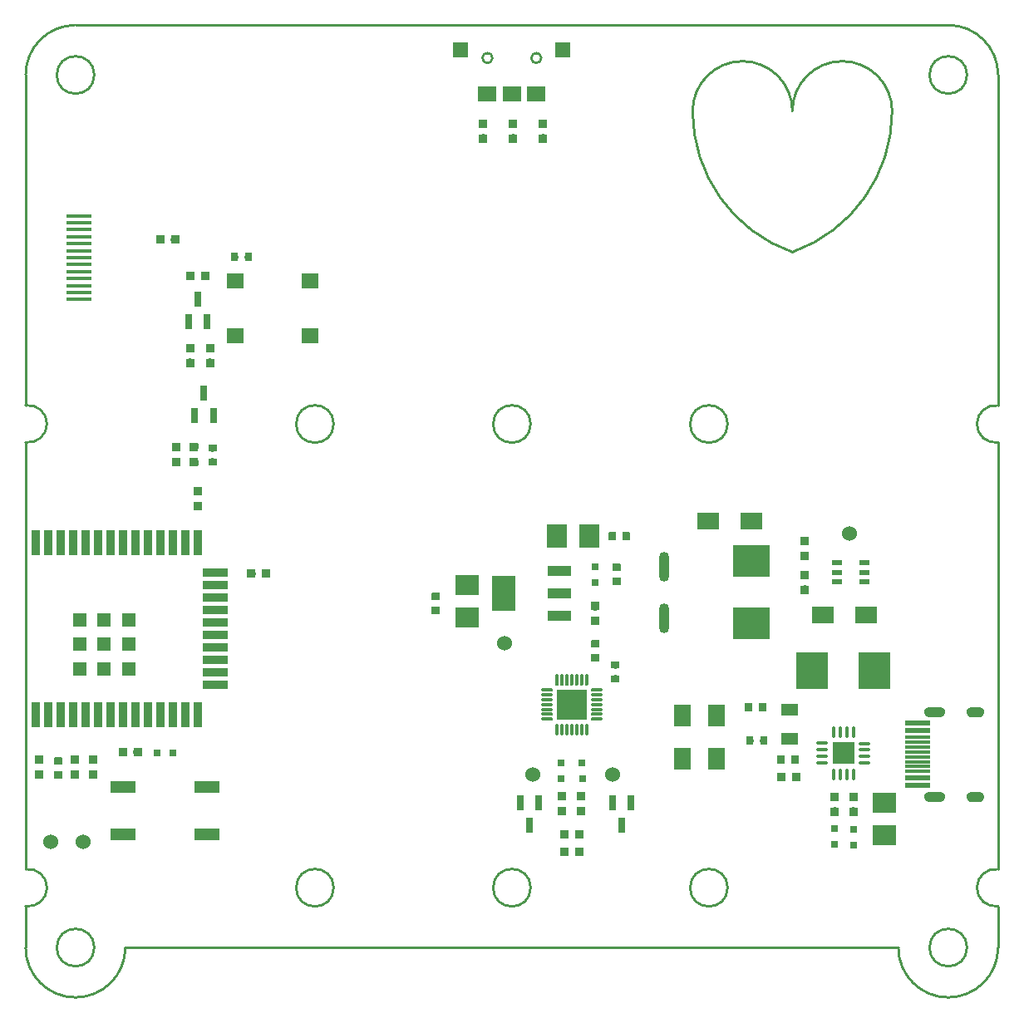
<source format=gtp>
G04*
G04 #@! TF.GenerationSoftware,Altium Limited,Altium Designer,20.2.6 (244)*
G04*
G04 Layer_Color=8421504*
%FSLAX24Y24*%
%MOIN*%
G70*
G04*
G04 #@! TF.SameCoordinates,AAC5203C-1E5B-4ACD-AD40-D79658958D62*
G04*
G04*
G04 #@! TF.FilePolarity,Positive*
G04*
G01*
G75*
%ADD10C,0.0100*%
%ADD18R,0.0354X0.1000*%
%ADD19R,0.0524X0.0524*%
%ADD20R,0.1000X0.0354*%
%ADD21C,0.0600*%
%ADD22R,0.0935X0.0800*%
%ADD23R,0.0800X0.0935*%
%ADD24R,0.1496X0.1300*%
%ADD25R,0.1000X0.0500*%
%ADD26R,0.0340X0.0318*%
%ADD27R,0.0600X0.0600*%
%ADD28R,0.0750X0.0610*%
%ADD29R,0.1300X0.1496*%
%ADD30R,0.0860X0.0669*%
%ADD31R,0.0394X0.0217*%
%ADD32R,0.1000X0.0236*%
%ADD33R,0.1000X0.0118*%
%ADD34R,0.0315X0.0315*%
%ADD35O,0.0138X0.0500*%
%ADD36O,0.0500X0.0138*%
%ADD37R,0.0866X0.0866*%
%ADD38R,0.0318X0.0340*%
%ADD39R,0.0315X0.0354*%
%ADD40R,0.0669X0.0860*%
%ADD41R,0.0250X0.0600*%
%ADD42R,0.0354X0.0315*%
%ADD43O,0.0400X0.1200*%
%ADD44R,0.0972X0.1417*%
%ADD45R,0.0972X0.0386*%
%ADD46R,0.0700X0.0600*%
%ADD47R,0.1000X0.0160*%
%ADD48R,0.0315X0.0315*%
%ADD49O,0.0500X0.0110*%
%ADD50O,0.0110X0.0500*%
%ADD51R,0.1240X0.1240*%
%ADD52R,0.0670X0.0475*%
G36*
X43420Y50680D02*
Y50482D01*
X43304Y50374D01*
X43196D01*
X43080Y50482D01*
Y50680D01*
X43105Y50705D01*
X43395D01*
X43420Y50680D01*
D02*
G37*
G36*
X42220D02*
Y50482D01*
X42104Y50374D01*
X41996D01*
X41880Y50482D01*
Y50680D01*
X41905Y50705D01*
X42195D01*
X42220Y50680D01*
D02*
G37*
G36*
X41020D02*
Y50482D01*
X40904Y50374D01*
X40796D01*
X40680Y50482D01*
Y50680D01*
X40705Y50705D01*
X40995D01*
X41020Y50680D01*
D02*
G37*
G36*
X43420Y50018D02*
Y49820D01*
X43395Y49795D01*
X43105D01*
X43080Y49820D01*
Y50018D01*
X43196Y50126D01*
X43304D01*
X43420Y50018D01*
D02*
G37*
G36*
X42220D02*
Y49820D01*
X42195Y49795D01*
X41905D01*
X41880Y49820D01*
Y50018D01*
X41996Y50126D01*
X42104D01*
X42220Y50018D01*
D02*
G37*
G36*
X41020D02*
Y49820D01*
X40995Y49795D01*
X40705D01*
X40680Y49820D01*
Y50018D01*
X40796Y50126D01*
X40904D01*
X41020Y50018D01*
D02*
G37*
G36*
X28652Y46045D02*
Y45755D01*
X28627Y45730D01*
X28429D01*
X28321Y45846D01*
Y45954D01*
X28429Y46070D01*
X28627D01*
X28652Y46045D01*
D02*
G37*
G36*
X28073Y45954D02*
Y45846D01*
X27965Y45730D01*
X27766D01*
X27741Y45755D01*
Y46045D01*
X27766Y46070D01*
X27965D01*
X28073Y45954D01*
D02*
G37*
G36*
X31574Y45345D02*
Y45055D01*
X31549Y45030D01*
X31433D01*
X31274Y45146D01*
Y45254D01*
X31433Y45370D01*
X31549D01*
X31574Y45345D01*
D02*
G37*
G36*
X31026Y45254D02*
Y45146D01*
X30867Y45030D01*
X30751D01*
X30726Y45055D01*
Y45345D01*
X30751Y45370D01*
X30867D01*
X31026Y45254D01*
D02*
G37*
G36*
X29855Y44595D02*
Y44305D01*
X29830Y44280D01*
X29632D01*
X29524Y44396D01*
Y44504D01*
X29632Y44620D01*
X29830D01*
X29855Y44595D01*
D02*
G37*
G36*
X29276Y44504D02*
Y44396D01*
X29168Y44280D01*
X28970D01*
X28945Y44305D01*
Y44595D01*
X28970Y44620D01*
X29168D01*
X29276Y44504D01*
D02*
G37*
G36*
X30070Y41680D02*
Y41482D01*
X29954Y41374D01*
X29846D01*
X29730Y41482D01*
Y41680D01*
X29755Y41705D01*
X30045D01*
X30070Y41680D01*
D02*
G37*
G36*
X29270D02*
Y41482D01*
X29154Y41374D01*
X29046D01*
X28930Y41482D01*
Y41680D01*
X28955Y41705D01*
X29245D01*
X29270Y41680D01*
D02*
G37*
G36*
X30070Y41018D02*
Y40820D01*
X30045Y40795D01*
X29755D01*
X29730Y40820D01*
Y41018D01*
X29846Y41126D01*
X29954D01*
X30070Y41018D01*
D02*
G37*
G36*
X29270D02*
Y40820D01*
X29245Y40795D01*
X28955D01*
X28930Y40820D01*
Y41018D01*
X29046Y41126D01*
X29154D01*
X29270Y41018D01*
D02*
G37*
G36*
X29425Y37708D02*
Y37510D01*
X29310Y37402D01*
X29201D01*
X29085Y37510D01*
Y37708D01*
X29110Y37733D01*
X29400D01*
X29425Y37708D01*
D02*
G37*
G36*
X28720D02*
Y37510D01*
X28604Y37402D01*
X28496D01*
X28380Y37510D01*
Y37708D01*
X28405Y37733D01*
X28695D01*
X28720Y37708D01*
D02*
G37*
G36*
X30170Y37649D02*
Y37533D01*
X30054Y37374D01*
X29946D01*
X29830Y37533D01*
Y37649D01*
X29855Y37674D01*
X30145D01*
X30170Y37649D01*
D02*
G37*
G36*
Y36967D02*
Y36851D01*
X30145Y36826D01*
X29855D01*
X29830Y36851D01*
Y36967D01*
X29946Y37126D01*
X30054D01*
X30170Y36967D01*
D02*
G37*
G36*
X29425Y37046D02*
Y36848D01*
X29400Y36823D01*
X29110D01*
X29085Y36848D01*
Y37046D01*
X29201Y37154D01*
X29310D01*
X29425Y37046D01*
D02*
G37*
G36*
X28720D02*
Y36848D01*
X28695Y36823D01*
X28405D01*
X28380Y36848D01*
Y37046D01*
X28496Y37154D01*
X28604D01*
X28720Y37046D01*
D02*
G37*
G36*
X29570Y35930D02*
Y35732D01*
X29454Y35624D01*
X29346D01*
X29230Y35732D01*
Y35930D01*
X29255Y35955D01*
X29545D01*
X29570Y35930D01*
D02*
G37*
G36*
Y35268D02*
Y35070D01*
X29545Y35045D01*
X29255D01*
X29230Y35070D01*
Y35268D01*
X29346Y35376D01*
X29454D01*
X29570Y35268D01*
D02*
G37*
G36*
X46724Y34145D02*
Y33855D01*
X46699Y33830D01*
X46583D01*
X46424Y33946D01*
Y34054D01*
X46583Y34170D01*
X46699D01*
X46724Y34145D01*
D02*
G37*
G36*
X46176Y34054D02*
Y33946D01*
X46017Y33830D01*
X45901D01*
X45876Y33855D01*
Y34145D01*
X45901Y34170D01*
X46017D01*
X46176Y34054D01*
D02*
G37*
G36*
X53920Y33930D02*
Y33732D01*
X53804Y33624D01*
X53696D01*
X53580Y33732D01*
Y33930D01*
X53605Y33955D01*
X53895D01*
X53920Y33930D01*
D02*
G37*
G36*
Y33268D02*
Y33070D01*
X53895Y33045D01*
X53605D01*
X53580Y33070D01*
Y33268D01*
X53696Y33376D01*
X53804D01*
X53920Y33268D01*
D02*
G37*
G36*
X46370Y32874D02*
Y32757D01*
X46254Y32598D01*
X46146D01*
X46030Y32757D01*
Y32874D01*
X46055Y32899D01*
X46345D01*
X46370Y32874D01*
D02*
G37*
G36*
X32305Y32645D02*
Y32355D01*
X32280Y32330D01*
X32082D01*
X31974Y32446D01*
Y32554D01*
X32082Y32670D01*
X32280D01*
X32305Y32645D01*
D02*
G37*
G36*
X31726Y32554D02*
Y32446D01*
X31618Y32330D01*
X31420D01*
X31395Y32355D01*
Y32645D01*
X31420Y32670D01*
X31618D01*
X31726Y32554D01*
D02*
G37*
G36*
X53920Y32580D02*
Y32382D01*
X53804Y32274D01*
X53696D01*
X53580Y32382D01*
Y32580D01*
X53605Y32605D01*
X53895D01*
X53920Y32580D01*
D02*
G37*
G36*
X46370Y32192D02*
Y32075D01*
X46345Y32050D01*
X46055D01*
X46030Y32075D01*
Y32192D01*
X46146Y32350D01*
X46254D01*
X46370Y32192D01*
D02*
G37*
G36*
X53920Y31918D02*
Y31720D01*
X53895Y31695D01*
X53605D01*
X53580Y31720D01*
Y31918D01*
X53696Y32026D01*
X53804D01*
X53920Y31918D01*
D02*
G37*
G36*
X39120Y31699D02*
Y31583D01*
X39004Y31424D01*
X38896D01*
X38780Y31583D01*
Y31699D01*
X38805Y31724D01*
X39095D01*
X39120Y31699D01*
D02*
G37*
G36*
X45520Y31327D02*
Y31129D01*
X45404Y31021D01*
X45296D01*
X45180Y31129D01*
Y31327D01*
X45205Y31352D01*
X45495D01*
X45520Y31327D01*
D02*
G37*
G36*
X39120Y31017D02*
Y30901D01*
X39095Y30876D01*
X38805D01*
X38780Y30901D01*
Y31017D01*
X38896Y31176D01*
X39004D01*
X39120Y31017D01*
D02*
G37*
G36*
X45520Y30665D02*
Y30466D01*
X45495Y30441D01*
X45205D01*
X45180Y30466D01*
Y30665D01*
X45296Y30773D01*
X45404D01*
X45520Y30665D01*
D02*
G37*
G36*
Y29799D02*
Y29683D01*
X45404Y29524D01*
X45296D01*
X45180Y29683D01*
Y29799D01*
X45205Y29824D01*
X45495D01*
X45520Y29799D01*
D02*
G37*
G36*
Y29117D02*
Y29001D01*
X45495Y28976D01*
X45205D01*
X45180Y29001D01*
Y29117D01*
X45296Y29276D01*
X45404D01*
X45520Y29117D01*
D02*
G37*
G36*
X46320Y28949D02*
Y28833D01*
X46204Y28674D01*
X46096D01*
X45980Y28833D01*
Y28949D01*
X46005Y28974D01*
X46295D01*
X46320Y28949D01*
D02*
G37*
G36*
Y28267D02*
Y28151D01*
X46295Y28126D01*
X46005D01*
X45980Y28151D01*
Y28267D01*
X46096Y28426D01*
X46204D01*
X46320Y28267D01*
D02*
G37*
G36*
X45046Y28360D02*
Y28337D01*
Y28073D01*
Y28050D01*
X45014Y28018D01*
X44968D01*
X44936Y28050D01*
Y28073D01*
Y28337D01*
Y28360D01*
X44968Y28392D01*
X45014D01*
X45046Y28360D01*
D02*
G37*
G36*
X44849D02*
Y28337D01*
Y28073D01*
Y28050D01*
X44817Y28018D01*
X44771D01*
X44739Y28050D01*
Y28073D01*
Y28337D01*
Y28360D01*
X44771Y28392D01*
X44817D01*
X44849Y28360D01*
D02*
G37*
G36*
X44652D02*
Y28337D01*
Y28073D01*
Y28050D01*
X44620Y28018D01*
X44574D01*
X44542Y28050D01*
Y28073D01*
Y28337D01*
Y28360D01*
X44574Y28392D01*
X44620D01*
X44652Y28360D01*
D02*
G37*
G36*
X44455D02*
Y28337D01*
Y28073D01*
Y28050D01*
X44423Y28018D01*
X44377D01*
X44345Y28050D01*
Y28073D01*
Y28337D01*
Y28360D01*
X44377Y28392D01*
X44423D01*
X44455Y28360D01*
D02*
G37*
G36*
X44258D02*
Y28337D01*
Y28073D01*
Y28050D01*
X44226Y28018D01*
X44180D01*
X44148Y28050D01*
Y28073D01*
Y28337D01*
Y28360D01*
X44180Y28392D01*
X44226D01*
X44258Y28360D01*
D02*
G37*
G36*
X44061D02*
Y28337D01*
Y28073D01*
Y28050D01*
X44029Y28018D01*
X43983D01*
X43951Y28050D01*
Y28073D01*
Y28337D01*
Y28360D01*
X43983Y28392D01*
X44029D01*
X44061Y28360D01*
D02*
G37*
G36*
X43864D02*
Y28337D01*
Y28073D01*
Y28050D01*
X43832Y28018D01*
X43786D01*
X43754Y28050D01*
Y28073D01*
Y28337D01*
Y28360D01*
X43786Y28392D01*
X43832D01*
X43864Y28360D01*
D02*
G37*
G36*
X45509Y27896D02*
X45541Y27864D01*
Y27818D01*
X45509Y27786D01*
X45487Y27786D01*
Y27786D01*
X45223Y27786D01*
X45200Y27786D01*
X45168Y27818D01*
Y27864D01*
X45200Y27896D01*
X45223Y27896D01*
X45487D01*
X45509Y27896D01*
D02*
G37*
G36*
X43600D02*
X43631Y27864D01*
Y27818D01*
X43600Y27786D01*
X43577Y27786D01*
Y27786D01*
X43313Y27786D01*
X43291Y27786D01*
X43259Y27818D01*
Y27864D01*
X43291Y27896D01*
X43313Y27896D01*
X43577D01*
X43600Y27896D01*
D02*
G37*
G36*
X45509Y27699D02*
X45541Y27667D01*
Y27621D01*
X45509Y27589D01*
X45487Y27589D01*
Y27589D01*
X45223Y27589D01*
X45200Y27589D01*
X45168Y27621D01*
Y27667D01*
X45200Y27699D01*
X45223Y27699D01*
X45487D01*
X45509Y27699D01*
D02*
G37*
G36*
X43600D02*
X43631Y27667D01*
Y27621D01*
X43600Y27589D01*
X43577Y27589D01*
Y27589D01*
X43313Y27589D01*
X43291Y27589D01*
X43259Y27621D01*
Y27667D01*
X43291Y27699D01*
X43313Y27699D01*
X43577D01*
X43600Y27699D01*
D02*
G37*
G36*
X45509Y27502D02*
X45541Y27470D01*
Y27424D01*
X45509Y27392D01*
X45487Y27392D01*
Y27392D01*
X45223Y27392D01*
X45200Y27392D01*
X45168Y27424D01*
Y27470D01*
X45200Y27502D01*
X45223Y27502D01*
X45487D01*
X45509Y27502D01*
D02*
G37*
G36*
X43600D02*
X43631Y27470D01*
Y27424D01*
X43600Y27392D01*
X43577Y27392D01*
Y27392D01*
X43313Y27392D01*
X43291Y27392D01*
X43259Y27424D01*
Y27470D01*
X43291Y27502D01*
X43313Y27502D01*
X43577D01*
X43600Y27502D01*
D02*
G37*
G36*
X45509Y27304D02*
X45540Y27272D01*
Y27228D01*
X45509Y27196D01*
X45487Y27195D01*
X45487Y27195D01*
X45223Y27195D01*
X45201Y27196D01*
X45170Y27228D01*
Y27272D01*
X45201Y27304D01*
X45223Y27305D01*
X45487D01*
X45509Y27304D01*
D02*
G37*
G36*
X43599D02*
X43630Y27272D01*
Y27228D01*
X43599Y27196D01*
X43577Y27195D01*
X43577Y27195D01*
X43313Y27195D01*
X43291Y27196D01*
X43260Y27228D01*
Y27272D01*
X43291Y27304D01*
X43313Y27305D01*
X43577D01*
X43599Y27304D01*
D02*
G37*
G36*
X45509Y27107D02*
X45540Y27075D01*
Y27031D01*
X45509Y26999D01*
X45487Y26998D01*
X45487Y26998D01*
X45223Y26998D01*
X45201Y26999D01*
X45170Y27031D01*
Y27075D01*
X45201Y27107D01*
X45223Y27108D01*
X45487D01*
X45509Y27107D01*
D02*
G37*
G36*
X43599D02*
X43630Y27075D01*
Y27031D01*
X43599Y26999D01*
X43577Y26998D01*
X43577Y26998D01*
X43313Y26998D01*
X43291Y26999D01*
X43260Y27031D01*
Y27075D01*
X43291Y27107D01*
X43313Y27108D01*
X43577D01*
X43599Y27107D01*
D02*
G37*
G36*
X52200Y27295D02*
Y27005D01*
X52175Y26980D01*
X52058D01*
X51900Y27096D01*
Y27204D01*
X52058Y27320D01*
X52175D01*
X52200Y27295D01*
D02*
G37*
G36*
X51652Y27204D02*
Y27096D01*
X51493Y26980D01*
X51376D01*
X51351Y27005D01*
Y27295D01*
X51376Y27320D01*
X51493D01*
X51652Y27204D01*
D02*
G37*
G36*
X45542Y26879D02*
Y26833D01*
X45509Y26801D01*
X45200D01*
X45168Y26833D01*
Y26879D01*
X45200Y26911D01*
X45509D01*
X45542Y26879D01*
D02*
G37*
G36*
X43632D02*
Y26833D01*
X43600Y26801D01*
X43290D01*
X43258Y26833D01*
Y26879D01*
X43290Y26911D01*
X43600D01*
X43632Y26879D01*
D02*
G37*
G36*
X53460Y27231D02*
Y26834D01*
X53421Y26794D01*
X53279D01*
X53239Y26834D01*
Y26917D01*
X53200Y26956D01*
X53051D01*
X53012Y26917D01*
Y26834D01*
X52972Y26794D01*
X52830D01*
X52791Y26834D01*
Y27231D01*
X52830Y27270D01*
X53421D01*
X53460Y27231D01*
D02*
G37*
G36*
X60785Y27147D02*
X60856Y27117D01*
X60910Y27061D01*
X60940Y26990D01*
Y26912D01*
X60910Y26841D01*
X60856Y26786D01*
X60785Y26755D01*
X60746Y26754D01*
X60746Y26754D01*
X60431Y26754D01*
X60393Y26755D01*
X60322Y26786D01*
X60267Y26841D01*
X60238Y26912D01*
Y26990D01*
X60267Y27061D01*
X60322Y27117D01*
X60393Y27147D01*
X60431Y27148D01*
X60746D01*
X60785Y27147D01*
D02*
G37*
G36*
X59210D02*
X59281Y27117D01*
X59336Y27061D01*
X59365Y26990D01*
Y26912D01*
X59336Y26841D01*
X59281Y26786D01*
X59210Y26755D01*
X59172Y26754D01*
X59172Y26754D01*
X58739Y26754D01*
X58700Y26755D01*
X58629Y26786D01*
X58574Y26841D01*
X58545Y26912D01*
Y26990D01*
X58574Y27061D01*
X58629Y27117D01*
X58700Y27147D01*
X58739Y27148D01*
X59172D01*
X59210Y27147D01*
D02*
G37*
G36*
X44896Y26754D02*
X43904D01*
Y27746D01*
X44896D01*
Y26754D01*
D02*
G37*
G36*
X45542Y26682D02*
Y26636D01*
X45509Y26604D01*
X45200D01*
X45168Y26636D01*
Y26682D01*
X45200Y26714D01*
X45509D01*
X45542Y26682D01*
D02*
G37*
G36*
X43632D02*
Y26636D01*
X43600Y26604D01*
X43290D01*
X43258Y26636D01*
Y26682D01*
X43290Y26714D01*
X43600D01*
X43632Y26682D01*
D02*
G37*
G36*
X45046Y26450D02*
Y26427D01*
Y26163D01*
Y26141D01*
X45014Y26108D01*
X44968D01*
X44936Y26141D01*
Y26163D01*
Y26427D01*
Y26450D01*
X44968Y26482D01*
X45014D01*
X45046Y26450D01*
D02*
G37*
G36*
X44849D02*
Y26427D01*
Y26163D01*
Y26141D01*
X44817Y26108D01*
X44771D01*
X44739Y26141D01*
Y26163D01*
Y26427D01*
Y26450D01*
X44771Y26482D01*
X44817D01*
X44849Y26450D01*
D02*
G37*
G36*
X44652D02*
Y26427D01*
Y26163D01*
Y26141D01*
X44620Y26108D01*
X44574D01*
X44542Y26141D01*
Y26163D01*
Y26427D01*
Y26450D01*
X44574Y26482D01*
X44620D01*
X44652Y26450D01*
D02*
G37*
G36*
X44455D02*
Y26427D01*
Y26163D01*
Y26141D01*
X44423Y26108D01*
X44377D01*
X44345Y26141D01*
Y26163D01*
Y26427D01*
Y26450D01*
X44377Y26482D01*
X44423D01*
X44455Y26450D01*
D02*
G37*
G36*
X44258D02*
Y26427D01*
Y26163D01*
Y26141D01*
X44226Y26108D01*
X44180D01*
X44148Y26141D01*
Y26163D01*
Y26427D01*
Y26450D01*
X44180Y26482D01*
X44226D01*
X44258Y26450D01*
D02*
G37*
G36*
X44061D02*
Y26427D01*
Y26163D01*
Y26141D01*
X44029Y26108D01*
X43983D01*
X43951Y26141D01*
Y26163D01*
Y26427D01*
Y26450D01*
X43983Y26482D01*
X44029D01*
X44061Y26450D01*
D02*
G37*
G36*
X43864D02*
Y26427D01*
Y26163D01*
Y26141D01*
X43832Y26108D01*
X43786D01*
X43754Y26141D01*
Y26163D01*
Y26427D01*
Y26450D01*
X43786Y26482D01*
X43832D01*
X43864Y26450D01*
D02*
G37*
G36*
X53460Y26066D02*
Y25669D01*
X53421Y25630D01*
X52830D01*
X52791Y25669D01*
Y26066D01*
X52830Y26106D01*
X52972D01*
X53012Y26066D01*
Y25983D01*
X53051Y25944D01*
X53200D01*
X53239Y25983D01*
Y26066D01*
X53279Y26106D01*
X53421D01*
X53460Y26066D01*
D02*
G37*
G36*
X52250Y25945D02*
Y25655D01*
X52225Y25630D01*
X52108D01*
X51950Y25746D01*
Y25854D01*
X52108Y25970D01*
X52225D01*
X52250Y25945D01*
D02*
G37*
G36*
X51702Y25854D02*
Y25746D01*
X51543Y25630D01*
X51426D01*
X51401Y25655D01*
Y25945D01*
X51426Y25970D01*
X51543D01*
X51702Y25854D01*
D02*
G37*
G36*
X27152Y25482D02*
Y25192D01*
X27127Y25167D01*
X26929D01*
X26821Y25283D01*
Y25392D01*
X26929Y25507D01*
X27127D01*
X27152Y25482D01*
D02*
G37*
G36*
X26573Y25392D02*
Y25283D01*
X26465Y25167D01*
X26266D01*
X26241Y25192D01*
Y25482D01*
X26266Y25507D01*
X26465D01*
X26573Y25392D01*
D02*
G37*
G36*
X53500Y25195D02*
Y24905D01*
X53475Y24880D01*
X53358D01*
X53200Y24996D01*
Y25104D01*
X53358Y25220D01*
X53475D01*
X53500Y25195D01*
D02*
G37*
G36*
X52952Y25104D02*
Y24996D01*
X52793Y24880D01*
X52676D01*
X52651Y24905D01*
Y25195D01*
X52676Y25220D01*
X52793D01*
X52952Y25104D01*
D02*
G37*
G36*
X25370Y25162D02*
Y24963D01*
X25254Y24856D01*
X25146D01*
X25030Y24963D01*
Y25162D01*
X25055Y25187D01*
X25345D01*
X25370Y25162D01*
D02*
G37*
G36*
X24653D02*
Y24963D01*
X24538Y24856D01*
X24429D01*
X24313Y24963D01*
Y25162D01*
X24338Y25187D01*
X24628D01*
X24653Y25162D01*
D02*
G37*
G36*
X23220D02*
Y24963D01*
X23104Y24856D01*
X22996D01*
X22880Y24963D01*
Y25162D01*
X22905Y25187D01*
X23195D01*
X23220Y25162D01*
D02*
G37*
G36*
X23976Y25103D02*
Y24986D01*
X23861Y24827D01*
X23752D01*
X23636Y24986D01*
Y25103D01*
X23661Y25128D01*
X23951D01*
X23976Y25103D01*
D02*
G37*
G36*
Y24421D02*
Y24304D01*
X23951Y24279D01*
X23661D01*
X23636Y24304D01*
Y24421D01*
X23752Y24579D01*
X23861D01*
X23976Y24421D01*
D02*
G37*
G36*
X25370Y24500D02*
Y24301D01*
X25345Y24276D01*
X25055D01*
X25030Y24301D01*
Y24500D01*
X25146Y24607D01*
X25254D01*
X25370Y24500D01*
D02*
G37*
G36*
X24653D02*
Y24301D01*
X24628Y24276D01*
X24338D01*
X24313Y24301D01*
Y24500D01*
X24429Y24607D01*
X24538D01*
X24653Y24500D01*
D02*
G37*
G36*
X23220D02*
Y24301D01*
X23195Y24276D01*
X22905D01*
X22880Y24301D01*
Y24500D01*
X22996Y24607D01*
X23104D01*
X23220Y24500D01*
D02*
G37*
G36*
X53555Y24495D02*
Y24205D01*
X53530Y24180D01*
X53332D01*
X53224Y24296D01*
Y24404D01*
X53332Y24520D01*
X53530D01*
X53555Y24495D01*
D02*
G37*
G36*
X52976Y24404D02*
Y24296D01*
X52868Y24180D01*
X52670D01*
X52645Y24205D01*
Y24495D01*
X52670Y24520D01*
X52868D01*
X52976Y24404D01*
D02*
G37*
G36*
X44949Y23705D02*
Y23507D01*
X44833Y23399D01*
X44724D01*
X44609Y23507D01*
Y23705D01*
X44634Y23730D01*
X44924D01*
X44949Y23705D01*
D02*
G37*
G36*
X44169D02*
Y23507D01*
X44053Y23399D01*
X43944D01*
X43828Y23507D01*
Y23705D01*
X43854Y23730D01*
X44143D01*
X44169Y23705D01*
D02*
G37*
G36*
X55870Y23680D02*
Y23482D01*
X55754Y23374D01*
X55646D01*
X55530Y23482D01*
Y23680D01*
X55555Y23705D01*
X55845D01*
X55870Y23680D01*
D02*
G37*
G36*
X55120D02*
Y23482D01*
X55004Y23374D01*
X54896D01*
X54780Y23482D01*
Y23680D01*
X54805Y23705D01*
X55095D01*
X55120Y23680D01*
D02*
G37*
G36*
X59283Y23717D02*
X59338Y23661D01*
X59368Y23589D01*
Y23510D01*
X59338Y23438D01*
X59283Y23383D01*
X59211Y23353D01*
X58699D01*
X58627Y23383D01*
X58572Y23438D01*
X58542Y23510D01*
Y23589D01*
X58572Y23661D01*
X58627Y23717D01*
X58699Y23746D01*
X59211D01*
X59283Y23717D01*
D02*
G37*
G36*
X60785Y23746D02*
X60856Y23715D01*
X60911Y23660D01*
X60940Y23588D01*
Y23511D01*
X60911Y23439D01*
X60856Y23384D01*
X60785Y23353D01*
X60746Y23353D01*
X60746Y23353D01*
X60431Y23353D01*
X60393Y23353D01*
X60321Y23384D01*
X60267Y23439D01*
X60237Y23511D01*
Y23588D01*
X60267Y23660D01*
X60321Y23715D01*
X60393Y23746D01*
X60431Y23746D01*
X60746D01*
X60785Y23746D01*
D02*
G37*
G36*
X44949Y23043D02*
Y22845D01*
X44924Y22819D01*
X44634D01*
X44609Y22845D01*
Y23043D01*
X44724Y23151D01*
X44833D01*
X44949Y23043D01*
D02*
G37*
G36*
X44169D02*
Y22845D01*
X44143Y22819D01*
X43854D01*
X43828Y22845D01*
Y23043D01*
X43944Y23151D01*
X44053D01*
X44169Y23043D01*
D02*
G37*
G36*
X55870Y23018D02*
Y22820D01*
X55845Y22795D01*
X55555D01*
X55530Y22820D01*
Y23018D01*
X55646Y23126D01*
X55754D01*
X55870Y23018D01*
D02*
G37*
G36*
X55120D02*
Y22820D01*
X55095Y22795D01*
X54805D01*
X54780Y22820D01*
Y23018D01*
X54896Y23126D01*
X55004D01*
X55120Y23018D01*
D02*
G37*
G36*
X44855Y22195D02*
Y21905D01*
X44830Y21880D01*
X44632D01*
X44524Y21996D01*
Y22104D01*
X44632Y22220D01*
X44830D01*
X44855Y22195D01*
D02*
G37*
G36*
X44276Y22104D02*
Y21996D01*
X44168Y21880D01*
X43970D01*
X43945Y21905D01*
Y22195D01*
X43970Y22220D01*
X44168D01*
X44276Y22104D01*
D02*
G37*
G36*
X44855Y21495D02*
Y21205D01*
X44830Y21180D01*
X44632D01*
X44524Y21296D01*
Y21404D01*
X44632Y21520D01*
X44830D01*
X44855Y21495D01*
D02*
G37*
G36*
X44276Y21404D02*
Y21296D01*
X44168Y21180D01*
X43970D01*
X43945Y21205D01*
Y21495D01*
X43970Y21520D01*
X44168D01*
X44276Y21404D01*
D02*
G37*
D10*
X60250Y17500D02*
G03*
X60250Y17500I-750J0D01*
G01*
X25250D02*
G03*
X25250Y17500I-750J0D01*
G01*
X60250Y52500D02*
G03*
X60250Y52500I-750J0D01*
G01*
X25250D02*
G03*
X25250Y52500I-750J0D01*
G01*
X43180Y53180D02*
G03*
X43180Y53180I-200J0D01*
G01*
X41220D02*
G03*
X41220Y53180I-200J0D01*
G01*
X53269Y45400D02*
G03*
X57250Y51050I-2019J5650D01*
G01*
X49249D02*
G03*
X53275Y45383I6001J0D01*
G01*
X57250Y51050D02*
G03*
X53250Y51050I-2000J0D01*
G01*
D02*
G03*
X49250Y51050I-2000J0D01*
G01*
X22500Y37762D02*
G03*
X22500Y39247I104J743D01*
G01*
X22504Y19157D02*
G03*
X22504Y20643I104J743D01*
G01*
X61504Y39243D02*
G03*
X61504Y37757I-104J-743D01*
G01*
X42750Y38500D02*
G03*
X42750Y38500I-750J0D01*
G01*
Y19900D02*
G03*
X42750Y19900I-750J0D01*
G01*
X57500Y17500D02*
G03*
X61500Y17500I2000J0D01*
G01*
Y52500D02*
G03*
X59500Y54500I-2000J0D01*
G01*
X24500D02*
G03*
X22500Y52500I0J-2000D01*
G01*
Y17500D02*
G03*
X26500Y17500I2000J0D01*
G01*
X61504Y20643D02*
G03*
X61504Y19157I-104J-743D01*
G01*
X50650Y19900D02*
G03*
X50650Y19900I-750J0D01*
G01*
Y38500D02*
G03*
X50650Y38500I-750J0D01*
G01*
X34850D02*
G03*
X34850Y38500I-750J0D01*
G01*
Y19900D02*
G03*
X34850Y19900I-750J0D01*
G01*
X61500Y39247D02*
Y52500D01*
X22500Y17500D02*
Y19142D01*
Y39247D02*
Y52500D01*
X22504Y20643D02*
Y37757D01*
X61504Y20643D02*
Y37757D01*
X61500Y17500D02*
Y19142D01*
X26500Y17500D02*
X57500D01*
X24500Y54500D02*
X59500D01*
D18*
X28916Y26835D02*
D03*
X27416D02*
D03*
X26416D02*
D03*
X25916D02*
D03*
X24916D02*
D03*
X23416D02*
D03*
X26916D02*
D03*
X27916D02*
D03*
X28416D02*
D03*
X29416D02*
D03*
X23916D02*
D03*
X24416D02*
D03*
X25416D02*
D03*
X22916D02*
D03*
D03*
X28916Y33728D02*
D03*
X27416D02*
D03*
X26416D02*
D03*
X25916D02*
D03*
X24916D02*
D03*
X23416D02*
D03*
X26916D02*
D03*
X27916D02*
D03*
X28416D02*
D03*
X29416D02*
D03*
X23916D02*
D03*
X24416D02*
D03*
X25416D02*
D03*
X22916D02*
D03*
D03*
D19*
X26634Y30650D02*
D03*
Y29666D02*
D03*
Y28681D02*
D03*
D03*
X25650Y30650D02*
D03*
Y29666D02*
D03*
Y28681D02*
D03*
D03*
X24666Y30650D02*
D03*
Y29666D02*
D03*
Y28681D02*
D03*
D03*
Y30650D02*
D03*
Y29666D02*
D03*
Y28681D02*
D03*
D03*
D20*
X30095Y32032D02*
D03*
Y31031D02*
D03*
Y30531D02*
D03*
Y29532D02*
D03*
Y29032D02*
D03*
Y28031D02*
D03*
D03*
Y32531D02*
D03*
Y31532D02*
D03*
Y30031D02*
D03*
Y28531D02*
D03*
D21*
X41700Y29700D02*
D03*
X42850Y24450D02*
D03*
X46050D02*
D03*
X24800Y21750D02*
D03*
X23500D02*
D03*
X55550Y34100D02*
D03*
D22*
X56950Y21990D02*
D03*
Y23310D02*
D03*
X40200Y30730D02*
D03*
Y32050D02*
D03*
D23*
X45110Y34000D02*
D03*
X43790D02*
D03*
D24*
X51600Y30498D02*
D03*
Y33002D02*
D03*
D25*
X26422Y22050D02*
D03*
X29778D02*
D03*
Y23950D02*
D03*
X26422D02*
D03*
D26*
X43250Y49953D02*
D03*
Y50547D02*
D03*
X42050Y49953D02*
D03*
Y50547D02*
D03*
X40850Y49953D02*
D03*
Y50547D02*
D03*
X53750Y32447D02*
D03*
Y31853D02*
D03*
X55700Y23547D02*
D03*
Y22953D02*
D03*
X54950Y23547D02*
D03*
Y22953D02*
D03*
X44779Y23571D02*
D03*
Y22978D02*
D03*
X43998Y23571D02*
D03*
Y22978D02*
D03*
X45350Y30600D02*
D03*
Y31193D02*
D03*
X25200Y24435D02*
D03*
Y25028D02*
D03*
X23050D02*
D03*
Y24435D02*
D03*
X29400Y35203D02*
D03*
Y35797D02*
D03*
X29255Y37575D02*
D03*
Y36981D02*
D03*
X28550Y37575D02*
D03*
Y36981D02*
D03*
X29900Y41547D02*
D03*
Y40953D02*
D03*
X29100Y41547D02*
D03*
Y40953D02*
D03*
X24483Y24435D02*
D03*
Y25028D02*
D03*
X53750Y33203D02*
D03*
Y33797D02*
D03*
D27*
X44050Y53500D02*
D03*
X39950D02*
D03*
D28*
X41020Y51750D02*
D03*
X42980D02*
D03*
X42000D02*
D03*
D29*
X54048Y28600D02*
D03*
X56552D02*
D03*
D30*
X56216Y30850D02*
D03*
X54484D02*
D03*
X49884Y34600D02*
D03*
X51616D02*
D03*
D31*
X56151Y32176D02*
D03*
Y32550D02*
D03*
Y32924D02*
D03*
X55049D02*
D03*
Y32550D02*
D03*
Y32176D02*
D03*
D32*
X58261Y23990D02*
D03*
Y26510D02*
D03*
Y24305D02*
D03*
Y26195D02*
D03*
D33*
Y24561D02*
D03*
Y24758D02*
D03*
Y24955D02*
D03*
Y25545D02*
D03*
Y25742D02*
D03*
Y25939D02*
D03*
Y25152D02*
D03*
Y25348D02*
D03*
D34*
X55700Y22250D02*
D03*
X55703Y21620D02*
D03*
X54949Y22265D02*
D03*
X54951Y21635D02*
D03*
X45351Y32135D02*
D03*
X45349Y32765D02*
D03*
X44821Y24899D02*
D03*
X44823Y24269D02*
D03*
X43970Y24899D02*
D03*
X43973Y24269D02*
D03*
D35*
X55434Y26148D02*
D03*
X55690D02*
D03*
X54922D02*
D03*
X55178D02*
D03*
X55434Y24452D02*
D03*
X55690D02*
D03*
X54922D02*
D03*
X55178D02*
D03*
D36*
X56148Y24920D02*
D03*
Y25176D02*
D03*
Y25432D02*
D03*
Y25688D02*
D03*
X54452Y25690D02*
D03*
Y25434D02*
D03*
Y25178D02*
D03*
Y24922D02*
D03*
D37*
X55300Y25300D02*
D03*
D38*
X53397Y24350D02*
D03*
X52803D02*
D03*
X44697Y21350D02*
D03*
X44103D02*
D03*
Y22050D02*
D03*
X44697D02*
D03*
X29697Y44450D02*
D03*
X29103D02*
D03*
X27900Y45900D02*
D03*
X28493D02*
D03*
X26400Y25337D02*
D03*
X26993D02*
D03*
X31553Y32500D02*
D03*
X32147D02*
D03*
D39*
X52800Y25050D02*
D03*
X53351D02*
D03*
X46576Y34000D02*
D03*
X46024D02*
D03*
X30874Y45200D02*
D03*
X31426D02*
D03*
X51500Y27150D02*
D03*
X52051D02*
D03*
X51550Y25800D02*
D03*
X52101D02*
D03*
D40*
X50200Y26816D02*
D03*
Y25084D02*
D03*
X48850Y26816D02*
D03*
Y25084D02*
D03*
D41*
X42700Y22403D02*
D03*
X42326Y23297D02*
D03*
X43074D02*
D03*
X46400Y22403D02*
D03*
X46026Y23297D02*
D03*
X46774D02*
D03*
X29650Y39747D02*
D03*
X30024Y38853D02*
D03*
X29276D02*
D03*
X29400Y43497D02*
D03*
X29774Y42603D02*
D03*
X29026D02*
D03*
D42*
X46150Y28826D02*
D03*
Y28274D02*
D03*
X45350Y29676D02*
D03*
Y29124D02*
D03*
X46200Y32199D02*
D03*
Y32750D02*
D03*
X38950Y31024D02*
D03*
Y31576D02*
D03*
X23806Y24428D02*
D03*
Y24979D02*
D03*
X30000Y36974D02*
D03*
Y37526D02*
D03*
D43*
X48100Y32780D02*
D03*
Y30720D02*
D03*
D44*
X41684Y31700D02*
D03*
D45*
X43916Y32606D02*
D03*
Y31700D02*
D03*
Y30794D02*
D03*
D46*
X30900Y42050D02*
D03*
X33900D02*
D03*
X30900Y44250D02*
D03*
X33900D02*
D03*
D47*
X24650Y43770D02*
D03*
Y44050D02*
D03*
Y43490D02*
D03*
Y44330D02*
D03*
Y44610D02*
D03*
Y44890D02*
D03*
Y45170D02*
D03*
Y45450D02*
D03*
Y45730D02*
D03*
Y46010D02*
D03*
Y46290D02*
D03*
Y46570D02*
D03*
Y46850D02*
D03*
D48*
X27785Y25299D02*
D03*
X28415Y25301D02*
D03*
D49*
X45405Y26659D02*
D03*
Y26856D02*
D03*
Y27053D02*
D03*
Y27250D02*
D03*
Y27447D02*
D03*
Y27644D02*
D03*
Y27841D02*
D03*
X43395Y27644D02*
D03*
Y27447D02*
D03*
Y27250D02*
D03*
Y27053D02*
D03*
Y26856D02*
D03*
Y26659D02*
D03*
Y27841D02*
D03*
D50*
X44991Y28255D02*
D03*
X44794D02*
D03*
X44597D02*
D03*
X44400D02*
D03*
X44203D02*
D03*
X44006D02*
D03*
X43809D02*
D03*
Y26245D02*
D03*
X44006D02*
D03*
X44203D02*
D03*
X44400D02*
D03*
X44597D02*
D03*
X44794D02*
D03*
X44991D02*
D03*
D51*
X44400Y27250D02*
D03*
D52*
X53126Y25868D02*
D03*
Y27032D02*
D03*
M02*

</source>
